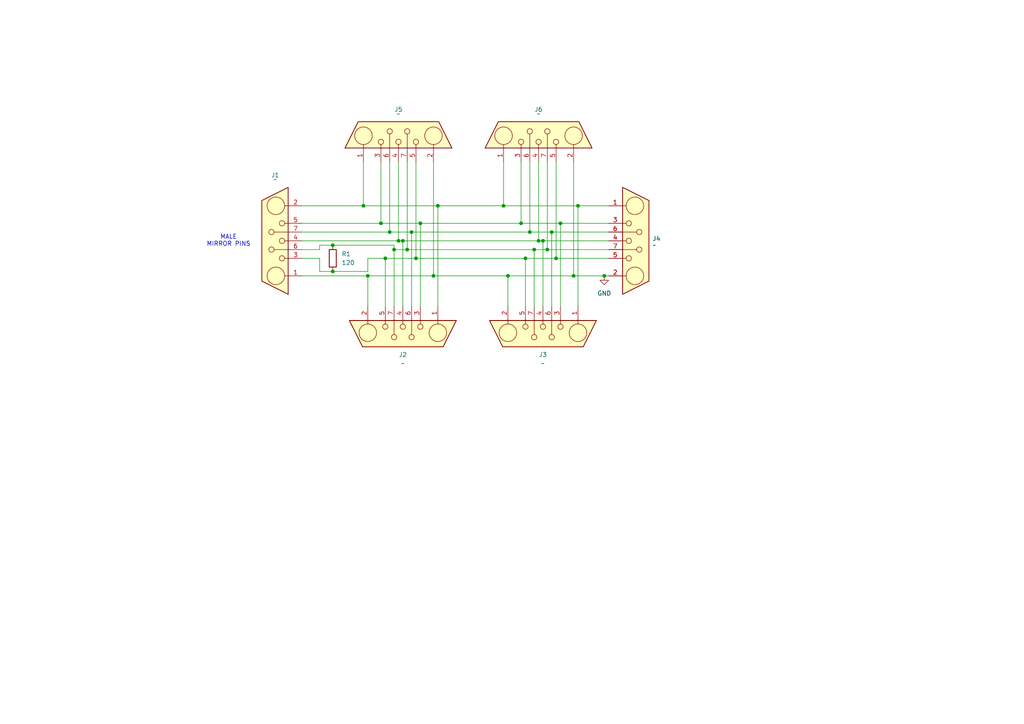
<source format=kicad_sch>
(kicad_sch (version 20231120) (generator "eeschema") (generator_version "8.0")
  (paper "A4")
  (lib_symbols
    (symbol "Device:R" (pin_numbers hide) (pin_names (offset 0))
      (property "Reference" "R" (at 2.032 0 90))
      (property "Value" "R" (at 0 0 90))
      (symbol "R_0_1"
        (rectangle (start -1.016 -2.54) (end 1.016 2.54) (stroke (width 0.254)))
      )
      (symbol "R_1_1"
        (pin passive line (at 0 3.81 270) (length 1.27) (name "~") (number "1"))
        (pin passive line (at 0 -3.81 90) (length 1.27) (name "~") (number "2"))
      )
    )
    (symbol "ecocad_lib_symbols:DB7W2"
      (property "Reference" "J" (at -0.508 15.494 0))
      (symbol "DB7W2_0_1"
        (circle (center -1.778 -5.08) (radius 0.762))
        (circle (center -1.778 0) (radius 0.762))
        (circle (center -1.778 5.08) (radius 0.762))
        (circle (center 0 -10.16) (radius 2.54))
        (polyline (pts (xy -3.81 -10.16) (xy -2.54 -10.16)))
        (polyline (pts (xy -3.81 -5.08) (xy -2.54 -5.08)))
        (polyline (pts (xy -3.81 -2.54) (xy 0.508 -2.54)))
        (polyline (pts (xy -3.81 0) (xy -2.54 0)))
        (polyline (pts (xy -3.81 2.54) (xy 0.508 2.54)))
        (polyline (pts (xy -3.81 5.08) (xy -2.54 5.08)))
        (polyline (pts (xy -3.81 10.16) (xy -2.54 10.16)))
        (polyline (pts (xy -3.556 15.494) (xy -3.556 -15.494) (xy 4.064 -11.684) (xy 4.064 11.684) (xy -3.556 15.494)) (stroke (width 0.254)) (fill (type background)))
        (circle (center 0 10.16) (radius 2.54))
        (circle (center 1.27 -2.54) (radius 0.762))
        (circle (center 1.27 2.54) (radius 0.762))
      )
      (symbol "DB7W2_1_1"
        (pin passive line (at -7.62 10.16 0) (length 3.81) (name "") (number "1"))
        (pin passive line (at -7.62 -10.16 0) (length 3.81) (name "") (number "2"))
        (pin passive line (at -7.62 5.08 0) (length 3.81) (name "") (number "3"))
        (pin passive line (at -7.62 0 0) (length 3.81) (name "") (number "4"))
        (pin passive line (at -7.62 -5.08 0) (length 3.81) (name "") (number "5"))
        (pin passive line (at -7.62 2.54 0) (length 3.81) (name "") (number "6"))
        (pin passive line (at -7.62 -2.54 0) (length 3.81) (name "") (number "7"))
      )
    )
    (symbol "power:GND" (power) (pin_numbers hide) (pin_names (offset 0) hide)
      (property "Value" "GND" (at 0 -3.81 0))
      (symbol "GND_0_1"
        (polyline (pts (xy 0 0) (xy 0 -1.27) (xy 1.27 -1.27) (xy 0 -2.54) (xy -1.27 -1.27) (xy 0 -1.27)))
      )
      (symbol "GND_1_1"
        (pin power_in line (at 0 0 270) (length 0) (name "~") (number "1"))
      )
    )
  )
  (junction (at 151.13 64.77))
  (junction (at 105.41 59.69))
  (junction (at 162.56 64.77))
  (junction (at 119.38 67.31))
  (junction (at 166.37 80.01))
  (junction (at 114.3 72.39))
  (junction (at 160.02 67.31))
  (junction (at 127 59.69))
  (junction (at 125.73 80.01))
  (junction (at 157.48 69.85))
  (junction (at 96.52 71.12))
  (junction (at 167.64 59.69))
  (junction (at 161.29 74.93))
  (junction (at 120.65 74.93))
  (junction (at 147.32 80.01))
  (junction (at 115.57 69.85))
  (junction (at 116.84 69.85))
  (junction (at 113.03 67.31))
  (junction (at 121.92 64.77))
  (junction (at 96.52 78.74))
  (junction (at 153.67 67.31))
  (junction (at 111.76 74.93))
  (junction (at 118.11 72.39))
  (junction (at 110.49 64.77))
  (junction (at 154.94 72.39))
  (junction (at 146.05 59.69))
  (junction (at 156.21 69.85))
  (junction (at 106.68 80.01))
  (junction (at 152.4 74.93))
  (junction (at 158.75 72.39))
  (junction (at 175.26 80.01))
  (wire (pts (xy 92.71 72.39) (xy 92.71 71.12)))
  (wire (pts (xy 92.71 74.93) (xy 92.71 78.74)))
  (wire (pts (xy 152.4 74.93) (xy 161.29 74.93)))
  (wire (pts (xy 114.3 72.39) (xy 118.11 72.39)))
  (wire (pts (xy 114.3 71.12) (xy 114.3 72.39)))
  (wire (pts (xy 111.76 74.93) (xy 120.65 74.93)))
  (wire (pts (xy 106.68 80.01) (xy 125.73 80.01)))
  (wire (pts (xy 162.56 64.77) (xy 176.53 64.77)))
  (wire (pts (xy 116.84 69.85) (xy 116.84 88.9)))
  (wire (pts (xy 162.56 64.77) (xy 162.56 88.9)))
  (wire (pts (xy 166.37 80.01) (xy 175.26 80.01)))
  (wire (pts (xy 158.75 46.99) (xy 158.75 72.39)))
  (wire (pts (xy 106.68 74.93) (xy 111.76 74.93)))
  (wire (pts (xy 154.94 72.39) (xy 154.94 88.9)))
  (wire (pts (xy 118.11 72.39) (xy 154.94 72.39)))
  (wire (pts (xy 96.52 71.12) (xy 114.3 71.12)))
  (wire (pts (xy 87.63 72.39) (xy 92.71 72.39)))
  (wire (pts (xy 125.73 46.99) (xy 125.73 80.01)))
  (wire (pts (xy 115.57 46.99) (xy 115.57 69.85)))
  (wire (pts (xy 158.75 72.39) (xy 176.53 72.39)))
  (wire (pts (xy 87.63 80.01) (xy 106.68 80.01)))
  (wire (pts (xy 127 59.69) (xy 146.05 59.69)))
  (wire (pts (xy 147.32 80.01) (xy 166.37 80.01)))
  (wire (pts (xy 105.41 59.69) (xy 127 59.69)))
  (wire (pts (xy 156.21 46.99) (xy 156.21 69.85)))
  (wire (pts (xy 160.02 67.31) (xy 176.53 67.31)))
  (wire (pts (xy 106.68 78.74) (xy 106.68 74.93)))
  (wire (pts (xy 87.63 69.85) (xy 115.57 69.85)))
  (wire (pts (xy 87.63 59.69) (xy 105.41 59.69)))
  (wire (pts (xy 147.32 80.01) (xy 147.32 88.9)))
  (wire (pts (xy 151.13 46.99) (xy 151.13 64.77)))
  (wire (pts (xy 166.37 46.99) (xy 166.37 80.01)))
  (wire (pts (xy 113.03 67.31) (xy 119.38 67.31)))
  (wire (pts (xy 127 59.69) (xy 127 88.9)))
  (wire (pts (xy 110.49 46.99) (xy 110.49 64.77)))
  (wire (pts (xy 157.48 69.85) (xy 176.53 69.85)))
  (wire (pts (xy 114.3 72.39) (xy 114.3 88.9)))
  (wire (pts (xy 146.05 46.99) (xy 146.05 59.69)))
  (wire (pts (xy 87.63 74.93) (xy 92.71 74.93)))
  (wire (pts (xy 146.05 59.69) (xy 167.64 59.69)))
  (wire (pts (xy 153.67 46.99) (xy 153.67 67.31)))
  (wire (pts (xy 87.63 64.77) (xy 110.49 64.77)))
  (wire (pts (xy 161.29 74.93) (xy 176.53 74.93)))
  (wire (pts (xy 106.68 80.01) (xy 106.68 88.9)))
  (wire (pts (xy 153.67 67.31) (xy 160.02 67.31)))
  (wire (pts (xy 125.73 80.01) (xy 147.32 80.01)))
  (wire (pts (xy 119.38 67.31) (xy 119.38 88.9)))
  (wire (pts (xy 119.38 67.31) (xy 153.67 67.31)))
  (wire (pts (xy 115.57 69.85) (xy 116.84 69.85)))
  (wire (pts (xy 92.71 78.74) (xy 96.52 78.74)))
  (wire (pts (xy 152.4 74.93) (xy 152.4 88.9)))
  (wire (pts (xy 157.48 69.85) (xy 157.48 88.9)))
  (wire (pts (xy 92.71 71.12) (xy 96.52 71.12)))
  (wire (pts (xy 175.26 80.01) (xy 176.53 80.01)))
  (wire (pts (xy 121.92 64.77) (xy 121.92 88.9)))
  (wire (pts (xy 121.92 64.77) (xy 151.13 64.77)))
  (wire (pts (xy 120.65 74.93) (xy 152.4 74.93)))
  (wire (pts (xy 154.94 72.39) (xy 158.75 72.39)))
  (wire (pts (xy 156.21 69.85) (xy 157.48 69.85)))
  (wire (pts (xy 96.52 78.74) (xy 106.68 78.74)))
  (wire (pts (xy 167.64 59.69) (xy 167.64 88.9)))
  (wire (pts (xy 118.11 46.99) (xy 118.11 72.39)))
  (wire (pts (xy 105.41 46.99) (xy 105.41 59.69)))
  (wire (pts (xy 113.03 46.99) (xy 113.03 67.31)))
  (wire (pts (xy 167.64 59.69) (xy 176.53 59.69)))
  (wire (pts (xy 151.13 64.77) (xy 162.56 64.77)))
  (wire (pts (xy 110.49 64.77) (xy 121.92 64.77)))
  (wire (pts (xy 160.02 67.31) (xy 160.02 88.9)))
  (wire (pts (xy 111.76 74.93) (xy 111.76 88.9)))
  (wire (pts (xy 87.63 67.31) (xy 113.03 67.31)))
  (wire (pts (xy 120.65 46.99) (xy 120.65 74.93)))
  (wire (pts (xy 116.84 69.85) (xy 156.21 69.85)))
  (wire (pts (xy 161.29 46.99) (xy 161.29 74.93)))
  (text "MALE\nMIRROR PINS" (at 66.294 69.85 0) (effects (font (size 1.27 1.27))))
  (symbol (lib_id "ecocad_lib_symbols:DB7W2") (at 115.57 39.37 90) (unit 1)
    (property "Reference" "J5" (at 115.57 31.75 90))
    (property "Value" "~" (at 115.57 33.02 90))
    (property "Footprint" "ecocad_lib_footprints:DB7W2-30A" (effects (hide yes)))
  )
  (symbol (lib_id "ecocad_lib_symbols:DB7W2") (at 80.01 69.85 180) (unit 1)
    (property "Reference" "J1" (at 79.8195 50.8 0))
    (property "Value" "~" (at 79.8195 52.07 0))
    (property "Footprint" "ecocad_lib_footprints:DB7W2-30A" (effects (hide yes)))
  )
  (symbol (lib_id "ecocad_lib_symbols:DB7W2") (at 157.48 96.52 270) (unit 1)
    (property "Reference" "J3" (at 157.48 102.87 90))
    (property "Value" "~" (at 157.48 105.41 90))
    (property "Footprint" "ecocad_lib_footprints:DB7W2-30A" (effects (hide yes)))
  )
  (symbol (lib_id "Device:R") (at 96.52 74.93 0) (unit 1)
    (property "Reference" "R1" (at 99.06 73.6599 0) (effects (justify left)))
    (property "Value" "120" (at 99.06 76.1999 0) (effects (justify left)))
    (property "Footprint" "Resistor_THT:R_Axial_DIN0207_L6.3mm_D2.5mm_P7.62mm_Horizontal" (effects (hide yes)))
    (property "Description" "Resistor" (effects (hide yes)))
  )
  (symbol (lib_id "ecocad_lib_symbols:DB7W2") (at 184.15 69.85 0) (unit 1)
    (property "Reference" "J4" (at 189.23 69.2149 0) (effects (justify left)))
    (property "Value" "~" (at 189.23 71.12 0) (effects (justify left)))
    (property "Footprint" "ecocad_lib_footprints:DB7W2-30A" (effects (hide yes)))
  )
  (symbol (lib_id "power:GND") (at 175.26 80.01 0) (unit 1)
    (property "Reference" "#PWR01" (effects (hide yes)))
    (property "Value" "GND" (at 175.26 85.09 0))
    (property "Description" "Power symbol creates a global label with name \"GND\" , ground" (effects (hide yes)))
  )
  (symbol (lib_id "ecocad_lib_symbols:DB7W2") (at 116.84 96.52 270) (unit 1)
    (property "Reference" "J2" (at 116.84 102.87 90))
    (property "Value" "~" (at 116.84 105.41 90))
    (property "Footprint" "ecocad_lib_footprints:DB7W2-30A" (effects (hide yes)))
  )
  (symbol (lib_id "ecocad_lib_symbols:DB7W2") (at 156.21 39.37 90) (unit 1)
    (property "Reference" "J6" (at 156.21 31.75 90))
    (property "Value" "~" (at 156.21 33.02 90))
    (property "Footprint" "ecocad_lib_footprints:DB7W2-30A" (effects (hide yes)))
  )
)
</source>
